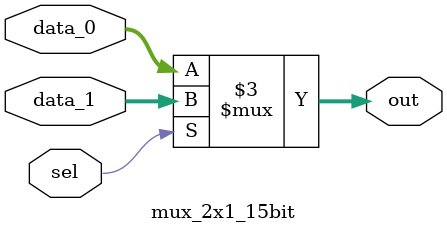
<source format=v>
module mux_2x1_15bit(
  input [15:0] data_0,
  input [15:0] data_1,
  input sel,
  output reg [15:0] out
);

  always @* begin
    if (sel)
      out = data_1;
    else
      out = data_0;
  end

endmodule

</source>
